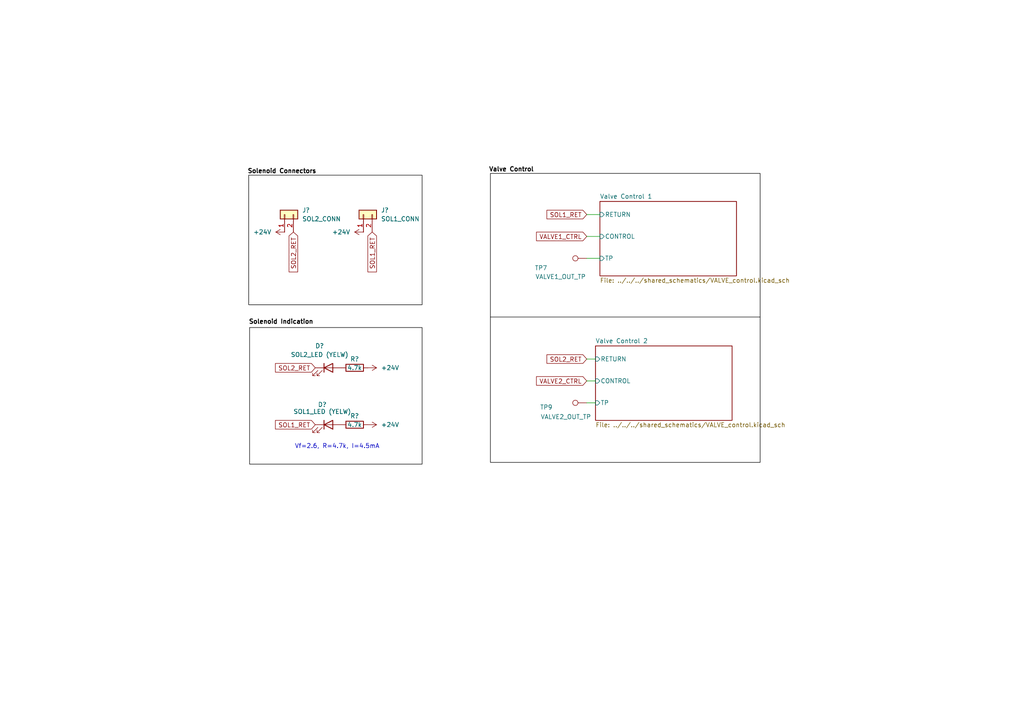
<source format=kicad_sch>
(kicad_sch (version 20231120) (generator "eeschema") (generator_version "8.0")
  (paper "A4")
  (title_block (title "ULC Board Solenoid Driver Circuitry") (rev "A") (company "Queen's Rocket Engineering Team") (comment 1 "Jeevan Sanchez"))
  (lib_symbols
    (symbol "Connector:TestPoint" (pin_numbers hide) (pin_names (offset 0.762) hide)
      (property "Reference" "TP" (at 0 6.858 0))
      (property "Value" "TestPoint" (at 0 5.08 0))
      (symbol "TestPoint_0_1"
        (circle (center 0 3.302) (radius 0.762))
      )
      (symbol "TestPoint_1_1"
        (pin passive line (at 0 0 90) (length 2.54) (name "1") (number "1"))
      )
    )
    (symbol "Connector_Generic:Conn_01x02" (pin_names (offset 1.016) hide)
      (property "Reference" "J" (at 0 2.54 0))
      (property "Value" "Conn_01x02" (at 0 -5.08 0))
      (symbol "Conn_01x02_1_1"
        (rectangle (start -1.27 -2.413) (end 0 -2.667) (stroke (width 0.1524)))
        (rectangle (start -1.27 0.127) (end 0 -0.127) (stroke (width 0.1524)))
        (rectangle (start -1.27 1.27) (end 1.27 -3.81) (stroke (width 0.254)) (fill (type background)))
        (pin passive line (at -5.08 0 0) (length 3.81) (name "Pin_1") (number "1"))
        (pin passive line (at -5.08 -2.54 0) (length 3.81) (name "Pin_2") (number "2"))
      )
    )
    (symbol "Device:LED" (pin_numbers hide) (pin_names (offset 1.016) hide)
      (property "Reference" "D" (at 0 2.54 0))
      (property "Value" "LED" (at 0 -2.54 0))
      (symbol "LED_0_1"
        (polyline (pts (xy -1.27 -1.27) (xy -1.27 1.27)) (stroke (width 0.254)))
        (polyline (pts (xy -1.27 0) (xy 1.27 0)))
        (polyline (pts (xy 1.27 -1.27) (xy 1.27 1.27) (xy -1.27 0) (xy 1.27 -1.27)) (stroke (width 0.254)))
        (polyline (pts (xy -3.048 -0.762) (xy -4.572 -2.286) (xy -3.81 -2.286) (xy -4.572 -2.286) (xy -4.572 -1.524)))
        (polyline (pts (xy -1.778 -0.762) (xy -3.302 -2.286) (xy -2.54 -2.286) (xy -3.302 -2.286) (xy -3.302 -1.524)))
      )
      (symbol "LED_1_1"
        (pin passive line (at -3.81 0 0) (length 2.54) (name "K") (number "1"))
        (pin passive line (at 3.81 0 180) (length 2.54) (name "A") (number "2"))
      )
    )
    (symbol "Device:R" (pin_numbers hide) (pin_names (offset 0))
      (property "Reference" "R" (at 2.032 0 90))
      (property "Value" "R" (at 0 0 90))
      (symbol "R_0_1"
        (rectangle (start -1.016 -2.54) (end 1.016 2.54) (stroke (width 0.254)))
      )
      (symbol "R_1_1"
        (pin passive line (at 0 3.81 270) (length 1.27) (name "~") (number "1"))
        (pin passive line (at 0 -3.81 90) (length 1.27) (name "~") (number "2"))
      )
    )
    (symbol "power:+24V" (power) (pin_numbers hide) (pin_names (offset 0) hide)
      (property "Value" "+24V" (at 0 3.556 0))
      (symbol "+24V_0_1"
        (polyline (pts (xy -0.762 1.27) (xy 0 2.54)))
        (polyline (pts (xy 0 0) (xy 0 2.54)))
        (polyline (pts (xy 0 2.54) (xy 0.762 1.27)))
      )
      (symbol "+24V_1_1"
        (pin power_in line (at 0 0 90) (length 0) (name "~") (number "1"))
      )
    )
  )
  (polyline (pts (xy 142.24 91.948) (xy 220.472 91.948)) (stroke (width 0) (color 0 0 0 1)))
  (wire (pts (xy 170.18 74.93) (xy 173.99 74.93)))
  (wire (pts (xy 170.18 104.14) (xy 172.72 104.14)))
  (wire (pts (xy 170.18 110.49) (xy 172.72 110.49)))
  (wire (pts (xy 170.18 116.84) (xy 172.72 116.84)))
  (wire (pts (xy 170.18 68.58) (xy 173.99 68.58)))
  (wire (pts (xy 170.18 62.23) (xy 173.99 62.23)))
  (rectangle (start 72.39 94.996) (end 122.428 134.62) (stroke (width 0) (color 0 0 0 1)))
  (rectangle (start 142.24 50.292) (end 220.472 134.112) (stroke (width 0) (color 0 0 0 1)))
  (rectangle (start 72.136 50.8) (end 122.428 88.392) (stroke (width 0) (color 0 0 0 1)))
  (text "Solenoid Connectors\n" (at 81.788 49.784 0) (effects (font (size 1.27 1.27) (thickness 0.254) (bold yes))))
  (text "Valve Control" (at 148.336 49.276 0) (effects (font (size 1.27 1.27) (thickness 0.254) (bold yes))))
  (text "Solenoid Indication" (at 81.534 93.472 0) (effects (font (size 1.27 1.27) (thickness 0.254) (bold yes))))
  (text "Vf=2.6, R=4.7k, I=4.5mA" (at 97.79 129.54 0) (effects (font (size 1.27 1.27))))
  (global_label "SOL1_RET" (shape input) (at 170.18 62.23 180) (property "Intersheetrefs" "${INTERSHEET_REFS}" (effects (hide yes))))
  (global_label "VALVE1_CTRL" (shape input) (at 170.18 68.58 180) (property "Intersheetrefs" "${INTERSHEET_REFS}" (effects (hide yes))))
  (global_label "VALVE2_CTRL" (shape input) (at 170.18 110.49 180) (property "Intersheetrefs" "${INTERSHEET_REFS}" (effects (hide yes))))
  (global_label "SOL2_RET" (shape input) (at 170.18 104.14 180) (property "Intersheetrefs" "${INTERSHEET_REFS}" (effects (hide yes))))
  (global_label "SOL1_RET" (shape input) (at 91.44 123.19 180) (property "Intersheetrefs" "${INTERSHEET_REFS}" (effects (hide yes))))
  (global_label "SOL1_RET" (shape input) (at 107.95 67.31 270) (property "Intersheetrefs" "${INTERSHEET_REFS}" (effects (hide yes))))
  (global_label "SOL2_RET" (shape input) (at 85.09 67.31 270) (property "Intersheetrefs" "${INTERSHEET_REFS}" (effects (hide yes))))
  (global_label "SOL2_RET" (shape input) (at 91.44 106.68 180) (property "Intersheetrefs" "${INTERSHEET_REFS}" (effects (hide yes))))
  (symbol (lib_id "Device:LED") (at 95.25 106.68 0) (unit 1)
    (property "Reference" "D?" (at 92.71 100.33 0))
    (property "Value" "SOL2_LED (YELW)" (at 92.71 102.87 0))
    (property "Footprint" "Resistor_SMD:R_0603_1608Metric" (effects (hide yes)))
    (property "Description" "Light emitting diode" (effects (hide yes)))
    (property "LCSC" "C2290" (effects (hide yes)))
  )
  (symbol (lib_id "power:+24V") (at 106.68 106.68 270) (unit 1)
    (property "Reference" "#PWR?" (effects (hide yes)))
    (property "Value" "+24V" (at 110.49 106.6801 90) (effects (justify left)))
    (property "Description" "Power symbol creates a global label with name \"+24V\"" (effects (hide yes)))
  )
  (symbol (lib_id "Device:R") (at 102.87 123.19 90) (unit 1)
    (property "Reference" "R?" (at 102.87 120.65 90))
    (property "Value" "4.7k" (at 102.87 123.19 90))
    (property "Footprint" "Resistor_SMD:R_1206_3216Metric_Pad1.30x1.75mm_HandSolder" (effects (hide yes)))
    (property "Description" "Current Limiting Resistor" (effects (hide yes)))
    (property "Digikey" "311-4.70KFRCT-ND" (effects (hide yes)))
  )
  (symbol (lib_id "power:+24V") (at 106.68 123.19 270) (unit 1)
    (property "Reference" "#PWR?" (effects (hide yes)))
    (property "Value" "+24V" (at 110.49 123.1901 90) (effects (justify left)))
    (property "Description" "Power symbol creates a global label with name \"+24V\"" (effects (hide yes)))
  )
  (symbol (lib_id "Connector:TestPoint") (at 170.18 74.93 90) (unit 1)
    (property "Reference" "TP7" (at 158.75 77.724 90) (effects (justify left)))
    (property "Value" "VALVE1_OUT_TP" (at 169.926 80.264 90) (effects (justify left)))
    (property "Footprint" "TestPoint:TestPoint_Pad_D1.0mm" (effects (hide yes)))
    (property "Description" "test point" (effects (hide yes)))
  )
  (symbol (lib_id "power:+24V") (at 82.55 67.31 90) (unit 1)
    (property "Reference" "#PWR?" (effects (hide yes)))
    (property "Value" "+24V" (at 78.74 67.3099 90) (effects (justify left)))
    (property "Description" "Power symbol creates a global label with name \"+24V\"" (effects (hide yes)))
  )
  (symbol (lib_id "Connector:TestPoint") (at 170.18 116.84 90) (unit 1)
    (property "Reference" "TP9" (at 160.274 118.11 90) (effects (justify left)))
    (property "Value" "VALVE2_OUT_TP" (at 171.45 120.904 90) (effects (justify left)))
    (property "Footprint" "TestPoint:TestPoint_Pad_D1.0mm" (effects (hide yes)))
    (property "Description" "test point" (effects (hide yes)))
  )
  (symbol (lib_id "Device:R") (at 102.87 106.68 90) (unit 1)
    (property "Reference" "R?" (at 102.87 104.14 90))
    (property "Value" "4.7k" (at 102.87 106.68 90))
    (property "Footprint" "Resistor_SMD:R_1206_3216Metric_Pad1.30x1.75mm_HandSolder" (effects (hide yes)))
    (property "Description" "Current Limiting Resistor" (effects (hide yes)))
    (property "Digikey" "311-4.70KFRCT-ND" (effects (hide yes)))
  )
  (symbol (lib_id "Device:LED") (at 95.25 123.19 0) (unit 1)
    (property "Reference" "D?" (at 93.472 117.348 0))
    (property "Value" "SOL1_LED (YELW)" (at 93.472 119.38 0))
    (property "Footprint" "Resistor_SMD:R_0603_1608Metric" (effects (hide yes)))
    (property "Description" "Light emitting diode" (effects (hide yes)))
    (property "LCSC" "C2290" (effects (hide yes)))
  )
  (symbol (lib_id "Connector_Generic:Conn_01x02") (at 105.41 62.23 90) (unit 1)
    (property "Reference" "J?" (at 110.49 60.9599 90) (effects (justify right)))
    (property "Value" "SOL1_CONN" (at 110.49 63.4999 90) (effects (justify right)))
    (property "Footprint" "CONNS:CONN02_530470260_MOL" (effects (hide yes)))
    (property "Datasheet" "${KIPRJMOD}/../../Datasheets/CONN-530470460.pdf" (effects (hide yes)))
    (property "Description" "Solenoid Connection" (effects (hide yes)))
    (property "Digikey" "900-0530470260-ND" (effects (hide yes)))
  )
  (symbol (lib_id "Connector_Generic:Conn_01x02") (at 82.55 62.23 90) (unit 1)
    (property "Reference" "J?" (at 87.63 60.9599 90) (effects (justify right)))
    (property "Value" "SOL2_CONN" (at 87.63 63.4999 90) (effects (justify right)))
    (property "Footprint" "CONNS:CONN02_530470260_MOL" (effects (hide yes)))
    (property "Datasheet" "${KIPRJMOD}/../../Datasheets/CONN-530470460.pdf" (effects (hide yes)))
    (property "Description" "Solenoid Connection" (effects (hide yes)))
    (property "Digikey" "900-0530470260-ND" (effects (hide yes)))
  )
  (symbol (lib_id "power:+24V") (at 105.41 67.31 90) (unit 1)
    (property "Reference" "#PWR?" (effects (hide yes)))
    (property "Value" "+24V" (at 101.6 67.3099 90) (effects (justify left)))
    (property "Description" "Power symbol creates a global label with name \"+24V\"" (effects (hide yes)))
  )
  (sheet (at 173.99 58.42) (size 39.624 21.59) (stroke (width 0.1524))
    (property "Sheetname" "Valve Control 1" (at 173.99 57.7084 0) (effects (justify left bottom)))
    (property "Sheetfile" "../../../shared_schematics/VALVE_control.kicad_sch" (at 173.99 80.5946 0) (effects (justify left top)))
    (pin "RETURN" input (at 173.99 62.23 180))
    (pin "TP" input (at 173.99 74.93 180))
    (pin "CONTROL" input (at 173.99 68.58 180))
  )
  (sheet (at 172.72 100.33) (size 39.624 21.59) (stroke (width 0.1524))
    (property "Sheetname" "Valve Control 2" (at 172.72 99.6184 0) (effects (justify left bottom)))
    (property "Sheetfile" "../../../shared_schematics/VALVE_control.kicad_sch" (at 172.72 122.5046 0) (effects (justify left top)))
    (pin "RETURN" input (at 172.72 104.14 180))
    (pin "TP" input (at 172.72 116.84 180))
    (pin "CONTROL" input (at 172.72 110.49 180))
  )
)
</source>
